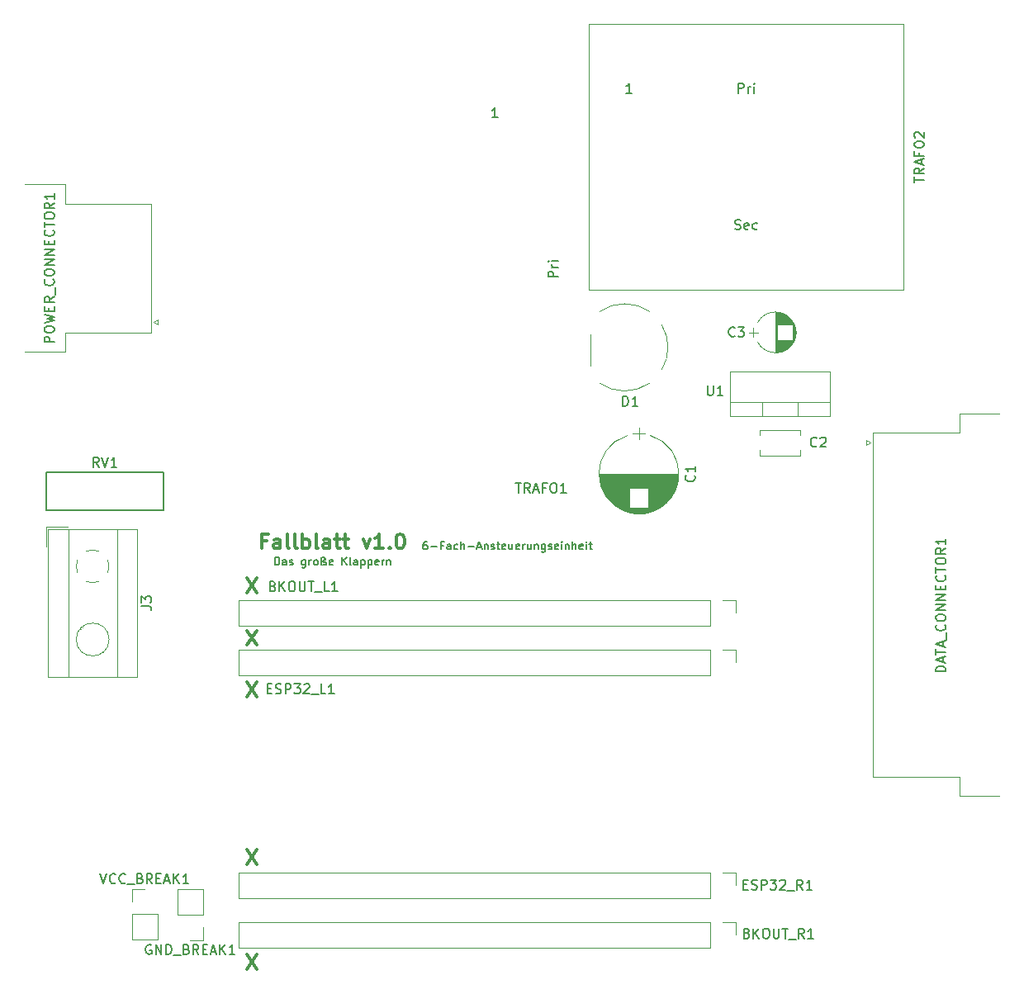
<source format=gto>
G04 #@! TF.FileFunction,Legend,Top*
%FSLAX46Y46*%
G04 Gerber Fmt 4.6, Leading zero omitted, Abs format (unit mm)*
G04 Created by KiCad (PCBNEW 4.0.7) date Thu Apr 19 20:54:26 2018*
%MOMM*%
%LPD*%
G01*
G04 APERTURE LIST*
%ADD10C,0.100000*%
%ADD11C,0.300000*%
%ADD12C,0.150000*%
%ADD13C,0.120000*%
%ADD14C,4.000000*%
%ADD15R,1.600000X1.600000*%
%ADD16C,1.600000*%
%ADD17R,1.200000X1.200000*%
%ADD18C,1.200000*%
%ADD19O,2.000000X2.000000*%
%ADD20R,2.000000X2.000000*%
%ADD21R,1.800000X1.800000*%
%ADD22O,1.800000X1.800000*%
%ADD23R,1.700000X1.700000*%
%ADD24O,1.700000X1.700000*%
%ADD25C,3.200000*%
%ADD26C,1.800000*%
%ADD27C,3.000000*%
%ADD28R,2.600000X2.600000*%
%ADD29C,2.600000*%
G04 APERTURE END LIST*
D10*
D11*
X117600001Y-138578571D02*
X118600001Y-140078571D01*
X118600001Y-138578571D02*
X117600001Y-140078571D01*
X117600001Y-127878571D02*
X118600001Y-129378571D01*
X118600001Y-127878571D02*
X117600001Y-129378571D01*
X117600001Y-110678571D02*
X118600001Y-112178571D01*
X118600001Y-110678571D02*
X117600001Y-112178571D01*
X117600001Y-105378571D02*
X118600001Y-106878571D01*
X118600001Y-105378571D02*
X117600001Y-106878571D01*
X117600001Y-99978571D02*
X118600001Y-101478571D01*
X118600001Y-99978571D02*
X117600001Y-101478571D01*
D12*
X136071428Y-96261905D02*
X135919047Y-96261905D01*
X135842857Y-96300000D01*
X135804762Y-96338095D01*
X135728571Y-96452381D01*
X135690476Y-96604762D01*
X135690476Y-96909524D01*
X135728571Y-96985714D01*
X135766666Y-97023810D01*
X135842857Y-97061905D01*
X135995238Y-97061905D01*
X136071428Y-97023810D01*
X136109524Y-96985714D01*
X136147619Y-96909524D01*
X136147619Y-96719048D01*
X136109524Y-96642857D01*
X136071428Y-96604762D01*
X135995238Y-96566667D01*
X135842857Y-96566667D01*
X135766666Y-96604762D01*
X135728571Y-96642857D01*
X135690476Y-96719048D01*
X136490476Y-96757143D02*
X137100000Y-96757143D01*
X137747619Y-96642857D02*
X137480952Y-96642857D01*
X137480952Y-97061905D02*
X137480952Y-96261905D01*
X137861905Y-96261905D01*
X138509523Y-97061905D02*
X138509523Y-96642857D01*
X138471428Y-96566667D01*
X138395238Y-96528571D01*
X138242857Y-96528571D01*
X138166666Y-96566667D01*
X138509523Y-97023810D02*
X138433333Y-97061905D01*
X138242857Y-97061905D01*
X138166666Y-97023810D01*
X138128571Y-96947619D01*
X138128571Y-96871429D01*
X138166666Y-96795238D01*
X138242857Y-96757143D01*
X138433333Y-96757143D01*
X138509523Y-96719048D01*
X139233333Y-97023810D02*
X139157143Y-97061905D01*
X139004762Y-97061905D01*
X138928571Y-97023810D01*
X138890476Y-96985714D01*
X138852381Y-96909524D01*
X138852381Y-96680952D01*
X138890476Y-96604762D01*
X138928571Y-96566667D01*
X139004762Y-96528571D01*
X139157143Y-96528571D01*
X139233333Y-96566667D01*
X139576190Y-97061905D02*
X139576190Y-96261905D01*
X139919047Y-97061905D02*
X139919047Y-96642857D01*
X139880952Y-96566667D01*
X139804762Y-96528571D01*
X139690476Y-96528571D01*
X139614285Y-96566667D01*
X139576190Y-96604762D01*
X140300000Y-96757143D02*
X140909524Y-96757143D01*
X141252381Y-96833333D02*
X141633333Y-96833333D01*
X141176190Y-97061905D02*
X141442857Y-96261905D01*
X141709524Y-97061905D01*
X141976190Y-96528571D02*
X141976190Y-97061905D01*
X141976190Y-96604762D02*
X142014285Y-96566667D01*
X142090476Y-96528571D01*
X142204762Y-96528571D01*
X142280952Y-96566667D01*
X142319047Y-96642857D01*
X142319047Y-97061905D01*
X142661905Y-97023810D02*
X142738095Y-97061905D01*
X142890476Y-97061905D01*
X142966667Y-97023810D01*
X143004762Y-96947619D01*
X143004762Y-96909524D01*
X142966667Y-96833333D01*
X142890476Y-96795238D01*
X142776191Y-96795238D01*
X142700000Y-96757143D01*
X142661905Y-96680952D01*
X142661905Y-96642857D01*
X142700000Y-96566667D01*
X142776191Y-96528571D01*
X142890476Y-96528571D01*
X142966667Y-96566667D01*
X143233333Y-96528571D02*
X143538095Y-96528571D01*
X143347619Y-96261905D02*
X143347619Y-96947619D01*
X143385714Y-97023810D01*
X143461905Y-97061905D01*
X143538095Y-97061905D01*
X144109524Y-97023810D02*
X144033334Y-97061905D01*
X143880953Y-97061905D01*
X143804762Y-97023810D01*
X143766667Y-96947619D01*
X143766667Y-96642857D01*
X143804762Y-96566667D01*
X143880953Y-96528571D01*
X144033334Y-96528571D01*
X144109524Y-96566667D01*
X144147619Y-96642857D01*
X144147619Y-96719048D01*
X143766667Y-96795238D01*
X144833333Y-96528571D02*
X144833333Y-97061905D01*
X144490476Y-96528571D02*
X144490476Y-96947619D01*
X144528571Y-97023810D01*
X144604762Y-97061905D01*
X144719048Y-97061905D01*
X144795238Y-97023810D01*
X144833333Y-96985714D01*
X145519048Y-97023810D02*
X145442858Y-97061905D01*
X145290477Y-97061905D01*
X145214286Y-97023810D01*
X145176191Y-96947619D01*
X145176191Y-96642857D01*
X145214286Y-96566667D01*
X145290477Y-96528571D01*
X145442858Y-96528571D01*
X145519048Y-96566667D01*
X145557143Y-96642857D01*
X145557143Y-96719048D01*
X145176191Y-96795238D01*
X145900000Y-97061905D02*
X145900000Y-96528571D01*
X145900000Y-96680952D02*
X145938095Y-96604762D01*
X145976191Y-96566667D01*
X146052381Y-96528571D01*
X146128572Y-96528571D01*
X146738095Y-96528571D02*
X146738095Y-97061905D01*
X146395238Y-96528571D02*
X146395238Y-96947619D01*
X146433333Y-97023810D01*
X146509524Y-97061905D01*
X146623810Y-97061905D01*
X146700000Y-97023810D01*
X146738095Y-96985714D01*
X147119048Y-96528571D02*
X147119048Y-97061905D01*
X147119048Y-96604762D02*
X147157143Y-96566667D01*
X147233334Y-96528571D01*
X147347620Y-96528571D01*
X147423810Y-96566667D01*
X147461905Y-96642857D01*
X147461905Y-97061905D01*
X148185715Y-96528571D02*
X148185715Y-97176190D01*
X148147620Y-97252381D01*
X148109525Y-97290476D01*
X148033334Y-97328571D01*
X147919049Y-97328571D01*
X147842858Y-97290476D01*
X148185715Y-97023810D02*
X148109525Y-97061905D01*
X147957144Y-97061905D01*
X147880953Y-97023810D01*
X147842858Y-96985714D01*
X147804763Y-96909524D01*
X147804763Y-96680952D01*
X147842858Y-96604762D01*
X147880953Y-96566667D01*
X147957144Y-96528571D01*
X148109525Y-96528571D01*
X148185715Y-96566667D01*
X148528573Y-97023810D02*
X148604763Y-97061905D01*
X148757144Y-97061905D01*
X148833335Y-97023810D01*
X148871430Y-96947619D01*
X148871430Y-96909524D01*
X148833335Y-96833333D01*
X148757144Y-96795238D01*
X148642859Y-96795238D01*
X148566668Y-96757143D01*
X148528573Y-96680952D01*
X148528573Y-96642857D01*
X148566668Y-96566667D01*
X148642859Y-96528571D01*
X148757144Y-96528571D01*
X148833335Y-96566667D01*
X149519049Y-97023810D02*
X149442859Y-97061905D01*
X149290478Y-97061905D01*
X149214287Y-97023810D01*
X149176192Y-96947619D01*
X149176192Y-96642857D01*
X149214287Y-96566667D01*
X149290478Y-96528571D01*
X149442859Y-96528571D01*
X149519049Y-96566667D01*
X149557144Y-96642857D01*
X149557144Y-96719048D01*
X149176192Y-96795238D01*
X149900001Y-97061905D02*
X149900001Y-96528571D01*
X149900001Y-96261905D02*
X149861906Y-96300000D01*
X149900001Y-96338095D01*
X149938096Y-96300000D01*
X149900001Y-96261905D01*
X149900001Y-96338095D01*
X150280953Y-96528571D02*
X150280953Y-97061905D01*
X150280953Y-96604762D02*
X150319048Y-96566667D01*
X150395239Y-96528571D01*
X150509525Y-96528571D01*
X150585715Y-96566667D01*
X150623810Y-96642857D01*
X150623810Y-97061905D01*
X151004763Y-97061905D02*
X151004763Y-96261905D01*
X151347620Y-97061905D02*
X151347620Y-96642857D01*
X151309525Y-96566667D01*
X151233335Y-96528571D01*
X151119049Y-96528571D01*
X151042858Y-96566667D01*
X151004763Y-96604762D01*
X152033335Y-97023810D02*
X151957145Y-97061905D01*
X151804764Y-97061905D01*
X151728573Y-97023810D01*
X151690478Y-96947619D01*
X151690478Y-96642857D01*
X151728573Y-96566667D01*
X151804764Y-96528571D01*
X151957145Y-96528571D01*
X152033335Y-96566667D01*
X152071430Y-96642857D01*
X152071430Y-96719048D01*
X151690478Y-96795238D01*
X152414287Y-97061905D02*
X152414287Y-96528571D01*
X152414287Y-96261905D02*
X152376192Y-96300000D01*
X152414287Y-96338095D01*
X152452382Y-96300000D01*
X152414287Y-96261905D01*
X152414287Y-96338095D01*
X152680953Y-96528571D02*
X152985715Y-96528571D01*
X152795239Y-96261905D02*
X152795239Y-96947619D01*
X152833334Y-97023810D01*
X152909525Y-97061905D01*
X152985715Y-97061905D01*
X120495237Y-98661905D02*
X120495237Y-97861905D01*
X120685713Y-97861905D01*
X120799999Y-97900000D01*
X120876190Y-97976190D01*
X120914285Y-98052381D01*
X120952380Y-98204762D01*
X120952380Y-98319048D01*
X120914285Y-98471429D01*
X120876190Y-98547619D01*
X120799999Y-98623810D01*
X120685713Y-98661905D01*
X120495237Y-98661905D01*
X121638094Y-98661905D02*
X121638094Y-98242857D01*
X121599999Y-98166667D01*
X121523809Y-98128571D01*
X121371428Y-98128571D01*
X121295237Y-98166667D01*
X121638094Y-98623810D02*
X121561904Y-98661905D01*
X121371428Y-98661905D01*
X121295237Y-98623810D01*
X121257142Y-98547619D01*
X121257142Y-98471429D01*
X121295237Y-98395238D01*
X121371428Y-98357143D01*
X121561904Y-98357143D01*
X121638094Y-98319048D01*
X121980952Y-98623810D02*
X122057142Y-98661905D01*
X122209523Y-98661905D01*
X122285714Y-98623810D01*
X122323809Y-98547619D01*
X122323809Y-98509524D01*
X122285714Y-98433333D01*
X122209523Y-98395238D01*
X122095238Y-98395238D01*
X122019047Y-98357143D01*
X121980952Y-98280952D01*
X121980952Y-98242857D01*
X122019047Y-98166667D01*
X122095238Y-98128571D01*
X122209523Y-98128571D01*
X122285714Y-98166667D01*
X123619047Y-98128571D02*
X123619047Y-98776190D01*
X123580952Y-98852381D01*
X123542857Y-98890476D01*
X123466666Y-98928571D01*
X123352381Y-98928571D01*
X123276190Y-98890476D01*
X123619047Y-98623810D02*
X123542857Y-98661905D01*
X123390476Y-98661905D01*
X123314285Y-98623810D01*
X123276190Y-98585714D01*
X123238095Y-98509524D01*
X123238095Y-98280952D01*
X123276190Y-98204762D01*
X123314285Y-98166667D01*
X123390476Y-98128571D01*
X123542857Y-98128571D01*
X123619047Y-98166667D01*
X124000000Y-98661905D02*
X124000000Y-98128571D01*
X124000000Y-98280952D02*
X124038095Y-98204762D01*
X124076191Y-98166667D01*
X124152381Y-98128571D01*
X124228572Y-98128571D01*
X124609524Y-98661905D02*
X124533333Y-98623810D01*
X124495238Y-98585714D01*
X124457143Y-98509524D01*
X124457143Y-98280952D01*
X124495238Y-98204762D01*
X124533333Y-98166667D01*
X124609524Y-98128571D01*
X124723810Y-98128571D01*
X124800000Y-98166667D01*
X124838095Y-98204762D01*
X124876191Y-98280952D01*
X124876191Y-98509524D01*
X124838095Y-98585714D01*
X124800000Y-98623810D01*
X124723810Y-98661905D01*
X124609524Y-98661905D01*
X125219048Y-98661905D02*
X125219048Y-98014286D01*
X125257143Y-97938095D01*
X125295239Y-97900000D01*
X125371429Y-97861905D01*
X125485715Y-97861905D01*
X125561905Y-97900000D01*
X125600001Y-97938095D01*
X125638096Y-98014286D01*
X125638096Y-98128571D01*
X125523810Y-98128571D01*
X125447620Y-98166667D01*
X125409524Y-98242857D01*
X125409524Y-98280952D01*
X125447620Y-98357143D01*
X125523810Y-98395238D01*
X125638096Y-98395238D01*
X125714286Y-98433333D01*
X125752382Y-98509524D01*
X125752382Y-98547619D01*
X125714286Y-98623810D01*
X125638096Y-98661905D01*
X125485715Y-98661905D01*
X125409524Y-98623810D01*
X126400000Y-98623810D02*
X126323810Y-98661905D01*
X126171429Y-98661905D01*
X126095238Y-98623810D01*
X126057143Y-98547619D01*
X126057143Y-98242857D01*
X126095238Y-98166667D01*
X126171429Y-98128571D01*
X126323810Y-98128571D01*
X126400000Y-98166667D01*
X126438095Y-98242857D01*
X126438095Y-98319048D01*
X126057143Y-98395238D01*
X127390476Y-98661905D02*
X127390476Y-97861905D01*
X127847619Y-98661905D02*
X127504762Y-98204762D01*
X127847619Y-97861905D02*
X127390476Y-98319048D01*
X128304762Y-98661905D02*
X128228571Y-98623810D01*
X128190476Y-98547619D01*
X128190476Y-97861905D01*
X128952381Y-98661905D02*
X128952381Y-98242857D01*
X128914286Y-98166667D01*
X128838096Y-98128571D01*
X128685715Y-98128571D01*
X128609524Y-98166667D01*
X128952381Y-98623810D02*
X128876191Y-98661905D01*
X128685715Y-98661905D01*
X128609524Y-98623810D01*
X128571429Y-98547619D01*
X128571429Y-98471429D01*
X128609524Y-98395238D01*
X128685715Y-98357143D01*
X128876191Y-98357143D01*
X128952381Y-98319048D01*
X129333334Y-98128571D02*
X129333334Y-98928571D01*
X129333334Y-98166667D02*
X129409525Y-98128571D01*
X129561906Y-98128571D01*
X129638096Y-98166667D01*
X129676191Y-98204762D01*
X129714287Y-98280952D01*
X129714287Y-98509524D01*
X129676191Y-98585714D01*
X129638096Y-98623810D01*
X129561906Y-98661905D01*
X129409525Y-98661905D01*
X129333334Y-98623810D01*
X130057144Y-98128571D02*
X130057144Y-98928571D01*
X130057144Y-98166667D02*
X130133335Y-98128571D01*
X130285716Y-98128571D01*
X130361906Y-98166667D01*
X130400001Y-98204762D01*
X130438097Y-98280952D01*
X130438097Y-98509524D01*
X130400001Y-98585714D01*
X130361906Y-98623810D01*
X130285716Y-98661905D01*
X130133335Y-98661905D01*
X130057144Y-98623810D01*
X131085716Y-98623810D02*
X131009526Y-98661905D01*
X130857145Y-98661905D01*
X130780954Y-98623810D01*
X130742859Y-98547619D01*
X130742859Y-98242857D01*
X130780954Y-98166667D01*
X130857145Y-98128571D01*
X131009526Y-98128571D01*
X131085716Y-98166667D01*
X131123811Y-98242857D01*
X131123811Y-98319048D01*
X130742859Y-98395238D01*
X131466668Y-98661905D02*
X131466668Y-98128571D01*
X131466668Y-98280952D02*
X131504763Y-98204762D01*
X131542859Y-98166667D01*
X131619049Y-98128571D01*
X131695240Y-98128571D01*
X131961906Y-98128571D02*
X131961906Y-98661905D01*
X131961906Y-98204762D02*
X132000001Y-98166667D01*
X132076192Y-98128571D01*
X132190478Y-98128571D01*
X132266668Y-98166667D01*
X132304763Y-98242857D01*
X132304763Y-98661905D01*
D11*
X119614287Y-96192857D02*
X119114287Y-96192857D01*
X119114287Y-96978571D02*
X119114287Y-95478571D01*
X119828573Y-95478571D01*
X121042858Y-96978571D02*
X121042858Y-96192857D01*
X120971429Y-96050000D01*
X120828572Y-95978571D01*
X120542858Y-95978571D01*
X120400001Y-96050000D01*
X121042858Y-96907143D02*
X120900001Y-96978571D01*
X120542858Y-96978571D01*
X120400001Y-96907143D01*
X120328572Y-96764286D01*
X120328572Y-96621429D01*
X120400001Y-96478571D01*
X120542858Y-96407143D01*
X120900001Y-96407143D01*
X121042858Y-96335714D01*
X121971430Y-96978571D02*
X121828572Y-96907143D01*
X121757144Y-96764286D01*
X121757144Y-95478571D01*
X122757144Y-96978571D02*
X122614286Y-96907143D01*
X122542858Y-96764286D01*
X122542858Y-95478571D01*
X123328572Y-96978571D02*
X123328572Y-95478571D01*
X123328572Y-96050000D02*
X123471429Y-95978571D01*
X123757143Y-95978571D01*
X123900000Y-96050000D01*
X123971429Y-96121429D01*
X124042858Y-96264286D01*
X124042858Y-96692857D01*
X123971429Y-96835714D01*
X123900000Y-96907143D01*
X123757143Y-96978571D01*
X123471429Y-96978571D01*
X123328572Y-96907143D01*
X124900001Y-96978571D02*
X124757143Y-96907143D01*
X124685715Y-96764286D01*
X124685715Y-95478571D01*
X126114286Y-96978571D02*
X126114286Y-96192857D01*
X126042857Y-96050000D01*
X125900000Y-95978571D01*
X125614286Y-95978571D01*
X125471429Y-96050000D01*
X126114286Y-96907143D02*
X125971429Y-96978571D01*
X125614286Y-96978571D01*
X125471429Y-96907143D01*
X125400000Y-96764286D01*
X125400000Y-96621429D01*
X125471429Y-96478571D01*
X125614286Y-96407143D01*
X125971429Y-96407143D01*
X126114286Y-96335714D01*
X126614286Y-95978571D02*
X127185715Y-95978571D01*
X126828572Y-95478571D02*
X126828572Y-96764286D01*
X126900000Y-96907143D01*
X127042858Y-96978571D01*
X127185715Y-96978571D01*
X127471429Y-95978571D02*
X128042858Y-95978571D01*
X127685715Y-95478571D02*
X127685715Y-96764286D01*
X127757143Y-96907143D01*
X127900001Y-96978571D01*
X128042858Y-96978571D01*
X129542858Y-95978571D02*
X129900001Y-96978571D01*
X130257143Y-95978571D01*
X131614286Y-96978571D02*
X130757143Y-96978571D01*
X131185715Y-96978571D02*
X131185715Y-95478571D01*
X131042858Y-95692857D01*
X130900000Y-95835714D01*
X130757143Y-95907143D01*
X132257143Y-96835714D02*
X132328571Y-96907143D01*
X132257143Y-96978571D01*
X132185714Y-96907143D01*
X132257143Y-96835714D01*
X132257143Y-96978571D01*
X133257143Y-95478571D02*
X133400000Y-95478571D01*
X133542857Y-95550000D01*
X133614286Y-95621429D01*
X133685715Y-95764286D01*
X133757143Y-96050000D01*
X133757143Y-96407143D01*
X133685715Y-96692857D01*
X133614286Y-96835714D01*
X133542857Y-96907143D01*
X133400000Y-96978571D01*
X133257143Y-96978571D01*
X133114286Y-96907143D01*
X133042857Y-96835714D01*
X132971429Y-96692857D01*
X132900000Y-96407143D01*
X132900000Y-96050000D01*
X132971429Y-95764286D01*
X133042857Y-95621429D01*
X133114286Y-95550000D01*
X133257143Y-95478571D01*
D13*
X194760000Y-122350000D02*
X190660000Y-122350000D01*
X190660000Y-122350000D02*
X190660000Y-120420000D01*
X190660000Y-120420000D02*
X181820000Y-120420000D01*
X181820000Y-120420000D02*
X181820000Y-85060000D01*
X181820000Y-85060000D02*
X190660000Y-85060000D01*
X190660000Y-85060000D02*
X190660000Y-83130000D01*
X190660000Y-83130000D02*
X194760000Y-83130000D01*
X181125662Y-86370000D02*
X181125662Y-85870000D01*
X181125662Y-85870000D02*
X181558675Y-86120000D01*
X181558675Y-86120000D02*
X181125662Y-86370000D01*
X94860000Y-59600000D02*
X98960000Y-59600000D01*
X98960000Y-59600000D02*
X98960000Y-61610000D01*
X98960000Y-61610000D02*
X107800000Y-61610000D01*
X107800000Y-61610000D02*
X107800000Y-74810000D01*
X107800000Y-74810000D02*
X98960000Y-74810000D01*
X98960000Y-74810000D02*
X98960000Y-76820000D01*
X98960000Y-76820000D02*
X94860000Y-76820000D01*
X108494338Y-73500000D02*
X108494338Y-74000000D01*
X108494338Y-74000000D02*
X108061325Y-73750000D01*
X108061325Y-73750000D02*
X108494338Y-73500000D01*
X158977445Y-93216851D02*
G75*
G03X158980000Y-85383918I-1177445J3916851D01*
G01*
X156622555Y-93216851D02*
G75*
G02X156620000Y-85383918I1177445J3916851D01*
G01*
X156622555Y-93216851D02*
G75*
G03X158980000Y-93216082I1177445J3916851D01*
G01*
X161850000Y-89300000D02*
X153750000Y-89300000D01*
X161850000Y-89340000D02*
X153750000Y-89340000D01*
X161850000Y-89380000D02*
X153750000Y-89380000D01*
X161849000Y-89420000D02*
X153751000Y-89420000D01*
X161847000Y-89460000D02*
X153753000Y-89460000D01*
X161846000Y-89500000D02*
X153754000Y-89500000D01*
X161843000Y-89540000D02*
X153757000Y-89540000D01*
X161841000Y-89580000D02*
X153759000Y-89580000D01*
X161838000Y-89620000D02*
X153762000Y-89620000D01*
X161835000Y-89660000D02*
X153765000Y-89660000D01*
X161831000Y-89700000D02*
X153769000Y-89700000D01*
X161827000Y-89740000D02*
X153773000Y-89740000D01*
X161822000Y-89780000D02*
X153778000Y-89780000D01*
X161817000Y-89820000D02*
X153783000Y-89820000D01*
X161812000Y-89860000D02*
X153788000Y-89860000D01*
X161806000Y-89900000D02*
X153794000Y-89900000D01*
X161800000Y-89940000D02*
X153800000Y-89940000D01*
X161794000Y-89980000D02*
X153806000Y-89980000D01*
X161787000Y-90021000D02*
X153813000Y-90021000D01*
X161779000Y-90061000D02*
X153821000Y-90061000D01*
X161771000Y-90101000D02*
X153829000Y-90101000D01*
X161763000Y-90141000D02*
X153837000Y-90141000D01*
X161755000Y-90181000D02*
X153845000Y-90181000D01*
X161746000Y-90221000D02*
X153854000Y-90221000D01*
X161736000Y-90261000D02*
X153864000Y-90261000D01*
X161726000Y-90301000D02*
X153874000Y-90301000D01*
X161716000Y-90341000D02*
X153884000Y-90341000D01*
X161705000Y-90381000D02*
X153895000Y-90381000D01*
X161694000Y-90421000D02*
X153906000Y-90421000D01*
X161683000Y-90461000D02*
X153917000Y-90461000D01*
X161670000Y-90501000D02*
X153930000Y-90501000D01*
X161658000Y-90541000D02*
X153942000Y-90541000D01*
X161645000Y-90581000D02*
X153955000Y-90581000D01*
X161632000Y-90621000D02*
X153968000Y-90621000D01*
X161618000Y-90661000D02*
X153982000Y-90661000D01*
X161603000Y-90701000D02*
X153997000Y-90701000D01*
X161589000Y-90741000D02*
X154011000Y-90741000D01*
X161573000Y-90781000D02*
X154027000Y-90781000D01*
X161558000Y-90821000D02*
X158780000Y-90821000D01*
X156820000Y-90821000D02*
X154042000Y-90821000D01*
X161541000Y-90861000D02*
X158780000Y-90861000D01*
X156820000Y-90861000D02*
X154059000Y-90861000D01*
X161525000Y-90901000D02*
X158780000Y-90901000D01*
X156820000Y-90901000D02*
X154075000Y-90901000D01*
X161507000Y-90941000D02*
X158780000Y-90941000D01*
X156820000Y-90941000D02*
X154093000Y-90941000D01*
X161490000Y-90981000D02*
X158780000Y-90981000D01*
X156820000Y-90981000D02*
X154110000Y-90981000D01*
X161471000Y-91021000D02*
X158780000Y-91021000D01*
X156820000Y-91021000D02*
X154129000Y-91021000D01*
X161452000Y-91061000D02*
X158780000Y-91061000D01*
X156820000Y-91061000D02*
X154148000Y-91061000D01*
X161433000Y-91101000D02*
X158780000Y-91101000D01*
X156820000Y-91101000D02*
X154167000Y-91101000D01*
X161413000Y-91141000D02*
X158780000Y-91141000D01*
X156820000Y-91141000D02*
X154187000Y-91141000D01*
X161393000Y-91181000D02*
X158780000Y-91181000D01*
X156820000Y-91181000D02*
X154207000Y-91181000D01*
X161372000Y-91221000D02*
X158780000Y-91221000D01*
X156820000Y-91221000D02*
X154228000Y-91221000D01*
X161350000Y-91261000D02*
X158780000Y-91261000D01*
X156820000Y-91261000D02*
X154250000Y-91261000D01*
X161328000Y-91301000D02*
X158780000Y-91301000D01*
X156820000Y-91301000D02*
X154272000Y-91301000D01*
X161305000Y-91341000D02*
X158780000Y-91341000D01*
X156820000Y-91341000D02*
X154295000Y-91341000D01*
X161282000Y-91381000D02*
X158780000Y-91381000D01*
X156820000Y-91381000D02*
X154318000Y-91381000D01*
X161258000Y-91421000D02*
X158780000Y-91421000D01*
X156820000Y-91421000D02*
X154342000Y-91421000D01*
X161234000Y-91461000D02*
X158780000Y-91461000D01*
X156820000Y-91461000D02*
X154366000Y-91461000D01*
X161208000Y-91501000D02*
X158780000Y-91501000D01*
X156820000Y-91501000D02*
X154392000Y-91501000D01*
X161183000Y-91541000D02*
X158780000Y-91541000D01*
X156820000Y-91541000D02*
X154417000Y-91541000D01*
X161156000Y-91581000D02*
X158780000Y-91581000D01*
X156820000Y-91581000D02*
X154444000Y-91581000D01*
X161129000Y-91621000D02*
X158780000Y-91621000D01*
X156820000Y-91621000D02*
X154471000Y-91621000D01*
X161101000Y-91661000D02*
X158780000Y-91661000D01*
X156820000Y-91661000D02*
X154499000Y-91661000D01*
X161072000Y-91701000D02*
X158780000Y-91701000D01*
X156820000Y-91701000D02*
X154528000Y-91701000D01*
X161043000Y-91741000D02*
X158780000Y-91741000D01*
X156820000Y-91741000D02*
X154557000Y-91741000D01*
X161013000Y-91781000D02*
X158780000Y-91781000D01*
X156820000Y-91781000D02*
X154587000Y-91781000D01*
X160982000Y-91821000D02*
X158780000Y-91821000D01*
X156820000Y-91821000D02*
X154618000Y-91821000D01*
X160950000Y-91861000D02*
X158780000Y-91861000D01*
X156820000Y-91861000D02*
X154650000Y-91861000D01*
X160918000Y-91901000D02*
X158780000Y-91901000D01*
X156820000Y-91901000D02*
X154682000Y-91901000D01*
X160884000Y-91941000D02*
X158780000Y-91941000D01*
X156820000Y-91941000D02*
X154716000Y-91941000D01*
X160850000Y-91981000D02*
X158780000Y-91981000D01*
X156820000Y-91981000D02*
X154750000Y-91981000D01*
X160815000Y-92021000D02*
X158780000Y-92021000D01*
X156820000Y-92021000D02*
X154785000Y-92021000D01*
X160779000Y-92061000D02*
X158780000Y-92061000D01*
X156820000Y-92061000D02*
X154821000Y-92061000D01*
X160742000Y-92101000D02*
X158780000Y-92101000D01*
X156820000Y-92101000D02*
X154858000Y-92101000D01*
X160704000Y-92141000D02*
X158780000Y-92141000D01*
X156820000Y-92141000D02*
X154896000Y-92141000D01*
X160665000Y-92181000D02*
X158780000Y-92181000D01*
X156820000Y-92181000D02*
X154935000Y-92181000D01*
X160624000Y-92221000D02*
X158780000Y-92221000D01*
X156820000Y-92221000D02*
X154976000Y-92221000D01*
X160583000Y-92261000D02*
X158780000Y-92261000D01*
X156820000Y-92261000D02*
X155017000Y-92261000D01*
X160540000Y-92301000D02*
X158780000Y-92301000D01*
X156820000Y-92301000D02*
X155060000Y-92301000D01*
X160497000Y-92341000D02*
X158780000Y-92341000D01*
X156820000Y-92341000D02*
X155103000Y-92341000D01*
X160452000Y-92381000D02*
X158780000Y-92381000D01*
X156820000Y-92381000D02*
X155148000Y-92381000D01*
X160405000Y-92421000D02*
X158780000Y-92421000D01*
X156820000Y-92421000D02*
X155195000Y-92421000D01*
X160357000Y-92461000D02*
X158780000Y-92461000D01*
X156820000Y-92461000D02*
X155243000Y-92461000D01*
X160308000Y-92501000D02*
X158780000Y-92501000D01*
X156820000Y-92501000D02*
X155292000Y-92501000D01*
X160257000Y-92541000D02*
X158780000Y-92541000D01*
X156820000Y-92541000D02*
X155343000Y-92541000D01*
X160204000Y-92581000D02*
X158780000Y-92581000D01*
X156820000Y-92581000D02*
X155396000Y-92581000D01*
X160149000Y-92621000D02*
X158780000Y-92621000D01*
X156820000Y-92621000D02*
X155451000Y-92621000D01*
X160093000Y-92661000D02*
X158780000Y-92661000D01*
X156820000Y-92661000D02*
X155507000Y-92661000D01*
X160034000Y-92701000D02*
X158780000Y-92701000D01*
X156820000Y-92701000D02*
X155566000Y-92701000D01*
X159973000Y-92741000D02*
X158780000Y-92741000D01*
X156820000Y-92741000D02*
X155627000Y-92741000D01*
X159909000Y-92781000D02*
X155691000Y-92781000D01*
X159843000Y-92821000D02*
X155757000Y-92821000D01*
X159774000Y-92861000D02*
X155826000Y-92861000D01*
X159702000Y-92901000D02*
X155898000Y-92901000D01*
X159626000Y-92941000D02*
X155974000Y-92941000D01*
X159545000Y-92981000D02*
X156055000Y-92981000D01*
X159460000Y-93021000D02*
X156140000Y-93021000D01*
X159370000Y-93061000D02*
X156230000Y-93061000D01*
X159273000Y-93101000D02*
X156327000Y-93101000D01*
X159169000Y-93141000D02*
X156431000Y-93141000D01*
X159054000Y-93181000D02*
X156546000Y-93181000D01*
X158927000Y-93221000D02*
X156673000Y-93221000D01*
X158783000Y-93261000D02*
X156817000Y-93261000D01*
X158614000Y-93301000D02*
X156986000Y-93301000D01*
X158398000Y-93341000D02*
X157202000Y-93341000D01*
X158046000Y-93381000D02*
X157554000Y-93381000D01*
X157800000Y-84600000D02*
X157800000Y-85800000D01*
X158450000Y-85200000D02*
X157150000Y-85200000D01*
X170190000Y-84810000D02*
X174310000Y-84810000D01*
X170190000Y-87430000D02*
X174310000Y-87430000D01*
X170190000Y-84810000D02*
X170190000Y-85370000D01*
X170190000Y-86870000D02*
X170190000Y-87430000D01*
X174310000Y-84810000D02*
X174310000Y-85370000D01*
X174310000Y-86870000D02*
X174310000Y-87430000D01*
X173646436Y-73820830D02*
G75*
G03X169954004Y-73820000I-1846436J-979170D01*
G01*
X173646436Y-75779170D02*
G75*
G02X169954004Y-75780000I-1846436J979170D01*
G01*
X173646436Y-75779170D02*
G75*
G03X173645996Y-73820000I-1846436J979170D01*
G01*
X171800000Y-72750000D02*
X171800000Y-76850000D01*
X171840000Y-72750000D02*
X171840000Y-76850000D01*
X171880000Y-72751000D02*
X171880000Y-76849000D01*
X171920000Y-72753000D02*
X171920000Y-76847000D01*
X171960000Y-72756000D02*
X171960000Y-76844000D01*
X172000000Y-72759000D02*
X172000000Y-76841000D01*
X172040000Y-72763000D02*
X172040000Y-74020000D01*
X172040000Y-75580000D02*
X172040000Y-76837000D01*
X172080000Y-72768000D02*
X172080000Y-74020000D01*
X172080000Y-75580000D02*
X172080000Y-76832000D01*
X172120000Y-72774000D02*
X172120000Y-74020000D01*
X172120000Y-75580000D02*
X172120000Y-76826000D01*
X172160000Y-72781000D02*
X172160000Y-74020000D01*
X172160000Y-75580000D02*
X172160000Y-76819000D01*
X172200000Y-72788000D02*
X172200000Y-74020000D01*
X172200000Y-75580000D02*
X172200000Y-76812000D01*
X172240000Y-72796000D02*
X172240000Y-74020000D01*
X172240000Y-75580000D02*
X172240000Y-76804000D01*
X172280000Y-72805000D02*
X172280000Y-74020000D01*
X172280000Y-75580000D02*
X172280000Y-76795000D01*
X172320000Y-72815000D02*
X172320000Y-74020000D01*
X172320000Y-75580000D02*
X172320000Y-76785000D01*
X172360000Y-72826000D02*
X172360000Y-74020000D01*
X172360000Y-75580000D02*
X172360000Y-76774000D01*
X172400000Y-72837000D02*
X172400000Y-74020000D01*
X172400000Y-75580000D02*
X172400000Y-76763000D01*
X172440000Y-72850000D02*
X172440000Y-74020000D01*
X172440000Y-75580000D02*
X172440000Y-76750000D01*
X172480000Y-72863000D02*
X172480000Y-74020000D01*
X172480000Y-75580000D02*
X172480000Y-76737000D01*
X172521000Y-72877000D02*
X172521000Y-74020000D01*
X172521000Y-75580000D02*
X172521000Y-76723000D01*
X172561000Y-72893000D02*
X172561000Y-74020000D01*
X172561000Y-75580000D02*
X172561000Y-76707000D01*
X172601000Y-72909000D02*
X172601000Y-74020000D01*
X172601000Y-75580000D02*
X172601000Y-76691000D01*
X172641000Y-72926000D02*
X172641000Y-74020000D01*
X172641000Y-75580000D02*
X172641000Y-76674000D01*
X172681000Y-72944000D02*
X172681000Y-74020000D01*
X172681000Y-75580000D02*
X172681000Y-76656000D01*
X172721000Y-72963000D02*
X172721000Y-74020000D01*
X172721000Y-75580000D02*
X172721000Y-76637000D01*
X172761000Y-72983000D02*
X172761000Y-74020000D01*
X172761000Y-75580000D02*
X172761000Y-76617000D01*
X172801000Y-73004000D02*
X172801000Y-74020000D01*
X172801000Y-75580000D02*
X172801000Y-76596000D01*
X172841000Y-73027000D02*
X172841000Y-74020000D01*
X172841000Y-75580000D02*
X172841000Y-76573000D01*
X172881000Y-73050000D02*
X172881000Y-74020000D01*
X172881000Y-75580000D02*
X172881000Y-76550000D01*
X172921000Y-73075000D02*
X172921000Y-74020000D01*
X172921000Y-75580000D02*
X172921000Y-76525000D01*
X172961000Y-73101000D02*
X172961000Y-74020000D01*
X172961000Y-75580000D02*
X172961000Y-76499000D01*
X173001000Y-73128000D02*
X173001000Y-74020000D01*
X173001000Y-75580000D02*
X173001000Y-76472000D01*
X173041000Y-73157000D02*
X173041000Y-74020000D01*
X173041000Y-75580000D02*
X173041000Y-76443000D01*
X173081000Y-73187000D02*
X173081000Y-74020000D01*
X173081000Y-75580000D02*
X173081000Y-76413000D01*
X173121000Y-73219000D02*
X173121000Y-74020000D01*
X173121000Y-75580000D02*
X173121000Y-76381000D01*
X173161000Y-73253000D02*
X173161000Y-74020000D01*
X173161000Y-75580000D02*
X173161000Y-76347000D01*
X173201000Y-73288000D02*
X173201000Y-74020000D01*
X173201000Y-75580000D02*
X173201000Y-76312000D01*
X173241000Y-73325000D02*
X173241000Y-74020000D01*
X173241000Y-75580000D02*
X173241000Y-76275000D01*
X173281000Y-73364000D02*
X173281000Y-74020000D01*
X173281000Y-75580000D02*
X173281000Y-76236000D01*
X173321000Y-73405000D02*
X173321000Y-74020000D01*
X173321000Y-75580000D02*
X173321000Y-76195000D01*
X173361000Y-73449000D02*
X173361000Y-74020000D01*
X173361000Y-75580000D02*
X173361000Y-76151000D01*
X173401000Y-73495000D02*
X173401000Y-74020000D01*
X173401000Y-75580000D02*
X173401000Y-76105000D01*
X173441000Y-73544000D02*
X173441000Y-74020000D01*
X173441000Y-75580000D02*
X173441000Y-76056000D01*
X173481000Y-73596000D02*
X173481000Y-74020000D01*
X173481000Y-75580000D02*
X173481000Y-76004000D01*
X173521000Y-73652000D02*
X173521000Y-74020000D01*
X173521000Y-75580000D02*
X173521000Y-75948000D01*
X173561000Y-73712000D02*
X173561000Y-74020000D01*
X173561000Y-75580000D02*
X173561000Y-75888000D01*
X173601000Y-73777000D02*
X173601000Y-75823000D01*
X173641000Y-73848000D02*
X173641000Y-75752000D01*
X173681000Y-73926000D02*
X173681000Y-75674000D01*
X173721000Y-74014000D02*
X173721000Y-75586000D01*
X173761000Y-74114000D02*
X173761000Y-75486000D01*
X173801000Y-74233000D02*
X173801000Y-75367000D01*
X173841000Y-74385000D02*
X173841000Y-75215000D01*
X173881000Y-74635000D02*
X173881000Y-74965000D01*
X169100000Y-74800000D02*
X170000000Y-74800000D01*
X169550000Y-74350000D02*
X169550000Y-75250000D01*
X152800000Y-75000000D02*
X152800000Y-78200000D01*
X153747843Y-79986479D02*
G75*
G03X158880000Y-80023000I2592157J3646479D01*
G01*
X160147105Y-78630818D02*
G75*
G03X160150000Y-74054000I-3807105J2290818D01*
G01*
X158932157Y-72693521D02*
G75*
G03X153800000Y-72657000I-2592157J-3646479D01*
G01*
X177380000Y-83420000D02*
X167140000Y-83420000D01*
X177380000Y-78779000D02*
X167140000Y-78779000D01*
X177380000Y-83420000D02*
X177380000Y-78779000D01*
X167140000Y-83420000D02*
X167140000Y-78779000D01*
X177380000Y-81910000D02*
X167140000Y-81910000D01*
X174110000Y-83420000D02*
X174110000Y-81910000D01*
X170409000Y-83420000D02*
X170409000Y-81910000D01*
X165100000Y-130180000D02*
X116780000Y-130180000D01*
X116780000Y-130180000D02*
X116780000Y-132840000D01*
X116780000Y-132840000D02*
X165100000Y-132840000D01*
X165100000Y-132840000D02*
X165100000Y-130180000D01*
X166370000Y-130180000D02*
X167700000Y-130180000D01*
X167700000Y-130180000D02*
X167700000Y-131510000D01*
X165100000Y-102240000D02*
X116780000Y-102240000D01*
X116780000Y-102240000D02*
X116780000Y-104900000D01*
X116780000Y-104900000D02*
X165100000Y-104900000D01*
X165100000Y-104900000D02*
X165100000Y-102240000D01*
X166370000Y-102240000D02*
X167700000Y-102240000D01*
X167700000Y-102240000D02*
X167700000Y-103570000D01*
X165100000Y-135260000D02*
X116780000Y-135260000D01*
X116780000Y-135260000D02*
X116780000Y-137920000D01*
X116780000Y-137920000D02*
X165100000Y-137920000D01*
X165100000Y-137920000D02*
X165100000Y-135260000D01*
X166370000Y-135260000D02*
X167700000Y-135260000D01*
X167700000Y-135260000D02*
X167700000Y-136590000D01*
X165100000Y-107320000D02*
X116780000Y-107320000D01*
X116780000Y-107320000D02*
X116780000Y-109980000D01*
X116780000Y-109980000D02*
X165100000Y-109980000D01*
X165100000Y-109980000D02*
X165100000Y-107320000D01*
X166370000Y-107320000D02*
X167700000Y-107320000D01*
X167700000Y-107320000D02*
X167700000Y-108650000D01*
X113130000Y-131930000D02*
X110470000Y-131930000D01*
X113130000Y-134530000D02*
X113130000Y-131930000D01*
X110470000Y-134530000D02*
X110470000Y-131930000D01*
X113130000Y-134530000D02*
X110470000Y-134530000D01*
X113130000Y-135800000D02*
X113130000Y-137130000D01*
X113130000Y-137130000D02*
X111800000Y-137130000D01*
X105820000Y-137070000D02*
X108480000Y-137070000D01*
X105820000Y-134470000D02*
X105820000Y-137070000D01*
X108480000Y-134470000D02*
X108480000Y-137070000D01*
X105820000Y-134470000D02*
X108480000Y-134470000D01*
X105820000Y-133200000D02*
X105820000Y-131870000D01*
X105820000Y-131870000D02*
X107150000Y-131870000D01*
D12*
X109050000Y-89150000D02*
X97050000Y-89150000D01*
X109050000Y-93050000D02*
X97050000Y-93050000D01*
X97050000Y-93050000D02*
X97050000Y-89150000D01*
X109050000Y-93050000D02*
X109050000Y-89150000D01*
D13*
X184920000Y-43180000D02*
X184920000Y-70420000D01*
X184920000Y-43180000D02*
X152680000Y-43180000D01*
X152680000Y-70420000D02*
X184920000Y-70420000D01*
X152680000Y-70420000D02*
X152680000Y-43180000D01*
X100265244Y-99483318D02*
G75*
G02X100120000Y-98800000I1534756J683318D01*
G01*
X102483042Y-100335426D02*
G75*
G02X101116000Y-100335000I-683042J1535426D01*
G01*
X103335426Y-98116958D02*
G75*
G02X103335000Y-99484000I-1535426J-683042D01*
G01*
X101116958Y-97264574D02*
G75*
G02X102484000Y-97265000I683042J-1535426D01*
G01*
X100119747Y-98828805D02*
G75*
G02X100265000Y-98116000I1680253J28805D01*
G01*
X103480000Y-106300000D02*
G75*
G03X103480000Y-106300000I-1680000J0D01*
G01*
X99300000Y-94990000D02*
X99300000Y-110110000D01*
X104300000Y-94990000D02*
X104300000Y-110110000D01*
X106360000Y-94990000D02*
X97240000Y-94990000D01*
X97240000Y-94990000D02*
X97240000Y-110110000D01*
X97240000Y-110110000D02*
X106360000Y-110110000D01*
X106360000Y-110110000D02*
X106360000Y-94990000D01*
X102869000Y-107575000D02*
X102823000Y-107528000D01*
X100561000Y-105266000D02*
X100526000Y-105231000D01*
X103075000Y-107370000D02*
X103039000Y-107335000D01*
X100777000Y-105073000D02*
X100731000Y-105026000D01*
X99240000Y-94750000D02*
X97000000Y-94750000D01*
X97000000Y-94750000D02*
X97000000Y-96750000D01*
D12*
X189252381Y-109585715D02*
X188252381Y-109585715D01*
X188252381Y-109347620D01*
X188300000Y-109204762D01*
X188395238Y-109109524D01*
X188490476Y-109061905D01*
X188680952Y-109014286D01*
X188823810Y-109014286D01*
X189014286Y-109061905D01*
X189109524Y-109109524D01*
X189204762Y-109204762D01*
X189252381Y-109347620D01*
X189252381Y-109585715D01*
X188966667Y-108633334D02*
X188966667Y-108157143D01*
X189252381Y-108728572D02*
X188252381Y-108395239D01*
X189252381Y-108061905D01*
X188252381Y-107871429D02*
X188252381Y-107300000D01*
X189252381Y-107585715D02*
X188252381Y-107585715D01*
X188966667Y-107014286D02*
X188966667Y-106538095D01*
X189252381Y-107109524D02*
X188252381Y-106776191D01*
X189252381Y-106442857D01*
X189347619Y-106347619D02*
X189347619Y-105585714D01*
X189157143Y-104776190D02*
X189204762Y-104823809D01*
X189252381Y-104966666D01*
X189252381Y-105061904D01*
X189204762Y-105204762D01*
X189109524Y-105300000D01*
X189014286Y-105347619D01*
X188823810Y-105395238D01*
X188680952Y-105395238D01*
X188490476Y-105347619D01*
X188395238Y-105300000D01*
X188300000Y-105204762D01*
X188252381Y-105061904D01*
X188252381Y-104966666D01*
X188300000Y-104823809D01*
X188347619Y-104776190D01*
X188252381Y-104157143D02*
X188252381Y-103966666D01*
X188300000Y-103871428D01*
X188395238Y-103776190D01*
X188585714Y-103728571D01*
X188919048Y-103728571D01*
X189109524Y-103776190D01*
X189204762Y-103871428D01*
X189252381Y-103966666D01*
X189252381Y-104157143D01*
X189204762Y-104252381D01*
X189109524Y-104347619D01*
X188919048Y-104395238D01*
X188585714Y-104395238D01*
X188395238Y-104347619D01*
X188300000Y-104252381D01*
X188252381Y-104157143D01*
X189252381Y-103300000D02*
X188252381Y-103300000D01*
X189252381Y-102728571D01*
X188252381Y-102728571D01*
X189252381Y-102252381D02*
X188252381Y-102252381D01*
X189252381Y-101680952D01*
X188252381Y-101680952D01*
X188728571Y-101204762D02*
X188728571Y-100871428D01*
X189252381Y-100728571D02*
X189252381Y-101204762D01*
X188252381Y-101204762D01*
X188252381Y-100728571D01*
X189157143Y-99728571D02*
X189204762Y-99776190D01*
X189252381Y-99919047D01*
X189252381Y-100014285D01*
X189204762Y-100157143D01*
X189109524Y-100252381D01*
X189014286Y-100300000D01*
X188823810Y-100347619D01*
X188680952Y-100347619D01*
X188490476Y-100300000D01*
X188395238Y-100252381D01*
X188300000Y-100157143D01*
X188252381Y-100014285D01*
X188252381Y-99919047D01*
X188300000Y-99776190D01*
X188347619Y-99728571D01*
X188252381Y-99442857D02*
X188252381Y-98871428D01*
X189252381Y-99157143D02*
X188252381Y-99157143D01*
X188252381Y-98347619D02*
X188252381Y-98157142D01*
X188300000Y-98061904D01*
X188395238Y-97966666D01*
X188585714Y-97919047D01*
X188919048Y-97919047D01*
X189109524Y-97966666D01*
X189204762Y-98061904D01*
X189252381Y-98157142D01*
X189252381Y-98347619D01*
X189204762Y-98442857D01*
X189109524Y-98538095D01*
X188919048Y-98585714D01*
X188585714Y-98585714D01*
X188395238Y-98538095D01*
X188300000Y-98442857D01*
X188252381Y-98347619D01*
X189252381Y-96919047D02*
X188776190Y-97252381D01*
X189252381Y-97490476D02*
X188252381Y-97490476D01*
X188252381Y-97109523D01*
X188300000Y-97014285D01*
X188347619Y-96966666D01*
X188442857Y-96919047D01*
X188585714Y-96919047D01*
X188680952Y-96966666D01*
X188728571Y-97014285D01*
X188776190Y-97109523D01*
X188776190Y-97490476D01*
X189252381Y-95966666D02*
X189252381Y-96538095D01*
X189252381Y-96252381D02*
X188252381Y-96252381D01*
X188395238Y-96347619D01*
X188490476Y-96442857D01*
X188538095Y-96538095D01*
X97852381Y-75795238D02*
X96852381Y-75795238D01*
X96852381Y-75414285D01*
X96900000Y-75319047D01*
X96947619Y-75271428D01*
X97042857Y-75223809D01*
X97185714Y-75223809D01*
X97280952Y-75271428D01*
X97328571Y-75319047D01*
X97376190Y-75414285D01*
X97376190Y-75795238D01*
X96852381Y-74604762D02*
X96852381Y-74414285D01*
X96900000Y-74319047D01*
X96995238Y-74223809D01*
X97185714Y-74176190D01*
X97519048Y-74176190D01*
X97709524Y-74223809D01*
X97804762Y-74319047D01*
X97852381Y-74414285D01*
X97852381Y-74604762D01*
X97804762Y-74700000D01*
X97709524Y-74795238D01*
X97519048Y-74842857D01*
X97185714Y-74842857D01*
X96995238Y-74795238D01*
X96900000Y-74700000D01*
X96852381Y-74604762D01*
X96852381Y-73842857D02*
X97852381Y-73604762D01*
X97138095Y-73414285D01*
X97852381Y-73223809D01*
X96852381Y-72985714D01*
X97328571Y-72604762D02*
X97328571Y-72271428D01*
X97852381Y-72128571D02*
X97852381Y-72604762D01*
X96852381Y-72604762D01*
X96852381Y-72128571D01*
X97852381Y-71128571D02*
X97376190Y-71461905D01*
X97852381Y-71700000D02*
X96852381Y-71700000D01*
X96852381Y-71319047D01*
X96900000Y-71223809D01*
X96947619Y-71176190D01*
X97042857Y-71128571D01*
X97185714Y-71128571D01*
X97280952Y-71176190D01*
X97328571Y-71223809D01*
X97376190Y-71319047D01*
X97376190Y-71700000D01*
X97947619Y-70938095D02*
X97947619Y-70176190D01*
X97757143Y-69366666D02*
X97804762Y-69414285D01*
X97852381Y-69557142D01*
X97852381Y-69652380D01*
X97804762Y-69795238D01*
X97709524Y-69890476D01*
X97614286Y-69938095D01*
X97423810Y-69985714D01*
X97280952Y-69985714D01*
X97090476Y-69938095D01*
X96995238Y-69890476D01*
X96900000Y-69795238D01*
X96852381Y-69652380D01*
X96852381Y-69557142D01*
X96900000Y-69414285D01*
X96947619Y-69366666D01*
X96852381Y-68747619D02*
X96852381Y-68557142D01*
X96900000Y-68461904D01*
X96995238Y-68366666D01*
X97185714Y-68319047D01*
X97519048Y-68319047D01*
X97709524Y-68366666D01*
X97804762Y-68461904D01*
X97852381Y-68557142D01*
X97852381Y-68747619D01*
X97804762Y-68842857D01*
X97709524Y-68938095D01*
X97519048Y-68985714D01*
X97185714Y-68985714D01*
X96995238Y-68938095D01*
X96900000Y-68842857D01*
X96852381Y-68747619D01*
X97852381Y-67890476D02*
X96852381Y-67890476D01*
X97852381Y-67319047D01*
X96852381Y-67319047D01*
X97852381Y-66842857D02*
X96852381Y-66842857D01*
X97852381Y-66271428D01*
X96852381Y-66271428D01*
X97328571Y-65795238D02*
X97328571Y-65461904D01*
X97852381Y-65319047D02*
X97852381Y-65795238D01*
X96852381Y-65795238D01*
X96852381Y-65319047D01*
X97757143Y-64319047D02*
X97804762Y-64366666D01*
X97852381Y-64509523D01*
X97852381Y-64604761D01*
X97804762Y-64747619D01*
X97709524Y-64842857D01*
X97614286Y-64890476D01*
X97423810Y-64938095D01*
X97280952Y-64938095D01*
X97090476Y-64890476D01*
X96995238Y-64842857D01*
X96900000Y-64747619D01*
X96852381Y-64604761D01*
X96852381Y-64509523D01*
X96900000Y-64366666D01*
X96947619Y-64319047D01*
X96852381Y-64033333D02*
X96852381Y-63461904D01*
X97852381Y-63747619D02*
X96852381Y-63747619D01*
X96852381Y-62938095D02*
X96852381Y-62747618D01*
X96900000Y-62652380D01*
X96995238Y-62557142D01*
X97185714Y-62509523D01*
X97519048Y-62509523D01*
X97709524Y-62557142D01*
X97804762Y-62652380D01*
X97852381Y-62747618D01*
X97852381Y-62938095D01*
X97804762Y-63033333D01*
X97709524Y-63128571D01*
X97519048Y-63176190D01*
X97185714Y-63176190D01*
X96995238Y-63128571D01*
X96900000Y-63033333D01*
X96852381Y-62938095D01*
X97852381Y-61509523D02*
X97376190Y-61842857D01*
X97852381Y-62080952D02*
X96852381Y-62080952D01*
X96852381Y-61699999D01*
X96900000Y-61604761D01*
X96947619Y-61557142D01*
X97042857Y-61509523D01*
X97185714Y-61509523D01*
X97280952Y-61557142D01*
X97328571Y-61604761D01*
X97376190Y-61699999D01*
X97376190Y-62080952D01*
X97852381Y-60557142D02*
X97852381Y-61128571D01*
X97852381Y-60842857D02*
X96852381Y-60842857D01*
X96995238Y-60938095D01*
X97090476Y-61033333D01*
X97138095Y-61128571D01*
X163467143Y-89466666D02*
X163514762Y-89514285D01*
X163562381Y-89657142D01*
X163562381Y-89752380D01*
X163514762Y-89895238D01*
X163419524Y-89990476D01*
X163324286Y-90038095D01*
X163133810Y-90085714D01*
X162990952Y-90085714D01*
X162800476Y-90038095D01*
X162705238Y-89990476D01*
X162610000Y-89895238D01*
X162562381Y-89752380D01*
X162562381Y-89657142D01*
X162610000Y-89514285D01*
X162657619Y-89466666D01*
X163562381Y-88514285D02*
X163562381Y-89085714D01*
X163562381Y-88800000D02*
X162562381Y-88800000D01*
X162705238Y-88895238D01*
X162800476Y-88990476D01*
X162848095Y-89085714D01*
X176033334Y-86457143D02*
X175985715Y-86504762D01*
X175842858Y-86552381D01*
X175747620Y-86552381D01*
X175604762Y-86504762D01*
X175509524Y-86409524D01*
X175461905Y-86314286D01*
X175414286Y-86123810D01*
X175414286Y-85980952D01*
X175461905Y-85790476D01*
X175509524Y-85695238D01*
X175604762Y-85600000D01*
X175747620Y-85552381D01*
X175842858Y-85552381D01*
X175985715Y-85600000D01*
X176033334Y-85647619D01*
X176414286Y-85647619D02*
X176461905Y-85600000D01*
X176557143Y-85552381D01*
X176795239Y-85552381D01*
X176890477Y-85600000D01*
X176938096Y-85647619D01*
X176985715Y-85742857D01*
X176985715Y-85838095D01*
X176938096Y-85980952D01*
X176366667Y-86552381D01*
X176985715Y-86552381D01*
X167633334Y-75157143D02*
X167585715Y-75204762D01*
X167442858Y-75252381D01*
X167347620Y-75252381D01*
X167204762Y-75204762D01*
X167109524Y-75109524D01*
X167061905Y-75014286D01*
X167014286Y-74823810D01*
X167014286Y-74680952D01*
X167061905Y-74490476D01*
X167109524Y-74395238D01*
X167204762Y-74300000D01*
X167347620Y-74252381D01*
X167442858Y-74252381D01*
X167585715Y-74300000D01*
X167633334Y-74347619D01*
X167966667Y-74252381D02*
X168585715Y-74252381D01*
X168252381Y-74633333D01*
X168395239Y-74633333D01*
X168490477Y-74680952D01*
X168538096Y-74728571D01*
X168585715Y-74823810D01*
X168585715Y-75061905D01*
X168538096Y-75157143D01*
X168490477Y-75204762D01*
X168395239Y-75252381D01*
X168109524Y-75252381D01*
X168014286Y-75204762D01*
X167966667Y-75157143D01*
X156161905Y-82352381D02*
X156161905Y-81352381D01*
X156400000Y-81352381D01*
X156542858Y-81400000D01*
X156638096Y-81495238D01*
X156685715Y-81590476D01*
X156733334Y-81780952D01*
X156733334Y-81923810D01*
X156685715Y-82114286D01*
X156638096Y-82209524D01*
X156542858Y-82304762D01*
X156400000Y-82352381D01*
X156161905Y-82352381D01*
X157685715Y-82352381D02*
X157114286Y-82352381D01*
X157400000Y-82352381D02*
X157400000Y-81352381D01*
X157304762Y-81495238D01*
X157209524Y-81590476D01*
X157114286Y-81638095D01*
X164838095Y-80252381D02*
X164838095Y-81061905D01*
X164885714Y-81157143D01*
X164933333Y-81204762D01*
X165028571Y-81252381D01*
X165219048Y-81252381D01*
X165314286Y-81204762D01*
X165361905Y-81157143D01*
X165409524Y-81061905D01*
X165409524Y-80252381D01*
X166409524Y-81252381D02*
X165838095Y-81252381D01*
X166123809Y-81252381D02*
X166123809Y-80252381D01*
X166028571Y-80395238D01*
X165933333Y-80490476D01*
X165838095Y-80538095D01*
X168500000Y-131428571D02*
X168833334Y-131428571D01*
X168976191Y-131952381D02*
X168500000Y-131952381D01*
X168500000Y-130952381D01*
X168976191Y-130952381D01*
X169357143Y-131904762D02*
X169500000Y-131952381D01*
X169738096Y-131952381D01*
X169833334Y-131904762D01*
X169880953Y-131857143D01*
X169928572Y-131761905D01*
X169928572Y-131666667D01*
X169880953Y-131571429D01*
X169833334Y-131523810D01*
X169738096Y-131476190D01*
X169547619Y-131428571D01*
X169452381Y-131380952D01*
X169404762Y-131333333D01*
X169357143Y-131238095D01*
X169357143Y-131142857D01*
X169404762Y-131047619D01*
X169452381Y-131000000D01*
X169547619Y-130952381D01*
X169785715Y-130952381D01*
X169928572Y-131000000D01*
X170357143Y-131952381D02*
X170357143Y-130952381D01*
X170738096Y-130952381D01*
X170833334Y-131000000D01*
X170880953Y-131047619D01*
X170928572Y-131142857D01*
X170928572Y-131285714D01*
X170880953Y-131380952D01*
X170833334Y-131428571D01*
X170738096Y-131476190D01*
X170357143Y-131476190D01*
X171261905Y-130952381D02*
X171880953Y-130952381D01*
X171547619Y-131333333D01*
X171690477Y-131333333D01*
X171785715Y-131380952D01*
X171833334Y-131428571D01*
X171880953Y-131523810D01*
X171880953Y-131761905D01*
X171833334Y-131857143D01*
X171785715Y-131904762D01*
X171690477Y-131952381D01*
X171404762Y-131952381D01*
X171309524Y-131904762D01*
X171261905Y-131857143D01*
X172261905Y-131047619D02*
X172309524Y-131000000D01*
X172404762Y-130952381D01*
X172642858Y-130952381D01*
X172738096Y-131000000D01*
X172785715Y-131047619D01*
X172833334Y-131142857D01*
X172833334Y-131238095D01*
X172785715Y-131380952D01*
X172214286Y-131952381D01*
X172833334Y-131952381D01*
X173023810Y-132047619D02*
X173785715Y-132047619D01*
X174595239Y-131952381D02*
X174261905Y-131476190D01*
X174023810Y-131952381D02*
X174023810Y-130952381D01*
X174404763Y-130952381D01*
X174500001Y-131000000D01*
X174547620Y-131047619D01*
X174595239Y-131142857D01*
X174595239Y-131285714D01*
X174547620Y-131380952D01*
X174500001Y-131428571D01*
X174404763Y-131476190D01*
X174023810Y-131476190D01*
X175547620Y-131952381D02*
X174976191Y-131952381D01*
X175261905Y-131952381D02*
X175261905Y-130952381D01*
X175166667Y-131095238D01*
X175071429Y-131190476D01*
X174976191Y-131238095D01*
X120280953Y-100828571D02*
X120423810Y-100876190D01*
X120471429Y-100923810D01*
X120519048Y-101019048D01*
X120519048Y-101161905D01*
X120471429Y-101257143D01*
X120423810Y-101304762D01*
X120328572Y-101352381D01*
X119947619Y-101352381D01*
X119947619Y-100352381D01*
X120280953Y-100352381D01*
X120376191Y-100400000D01*
X120423810Y-100447619D01*
X120471429Y-100542857D01*
X120471429Y-100638095D01*
X120423810Y-100733333D01*
X120376191Y-100780952D01*
X120280953Y-100828571D01*
X119947619Y-100828571D01*
X120947619Y-101352381D02*
X120947619Y-100352381D01*
X121519048Y-101352381D02*
X121090476Y-100780952D01*
X121519048Y-100352381D02*
X120947619Y-100923810D01*
X122138095Y-100352381D02*
X122328572Y-100352381D01*
X122423810Y-100400000D01*
X122519048Y-100495238D01*
X122566667Y-100685714D01*
X122566667Y-101019048D01*
X122519048Y-101209524D01*
X122423810Y-101304762D01*
X122328572Y-101352381D01*
X122138095Y-101352381D01*
X122042857Y-101304762D01*
X121947619Y-101209524D01*
X121900000Y-101019048D01*
X121900000Y-100685714D01*
X121947619Y-100495238D01*
X122042857Y-100400000D01*
X122138095Y-100352381D01*
X122995238Y-100352381D02*
X122995238Y-101161905D01*
X123042857Y-101257143D01*
X123090476Y-101304762D01*
X123185714Y-101352381D01*
X123376191Y-101352381D01*
X123471429Y-101304762D01*
X123519048Y-101257143D01*
X123566667Y-101161905D01*
X123566667Y-100352381D01*
X123900000Y-100352381D02*
X124471429Y-100352381D01*
X124185714Y-101352381D02*
X124185714Y-100352381D01*
X124566667Y-101447619D02*
X125328572Y-101447619D01*
X126042858Y-101352381D02*
X125566667Y-101352381D01*
X125566667Y-100352381D01*
X126900001Y-101352381D02*
X126328572Y-101352381D01*
X126614286Y-101352381D02*
X126614286Y-100352381D01*
X126519048Y-100495238D01*
X126423810Y-100590476D01*
X126328572Y-100638095D01*
X168885715Y-136428571D02*
X169028572Y-136476190D01*
X169076191Y-136523810D01*
X169123810Y-136619048D01*
X169123810Y-136761905D01*
X169076191Y-136857143D01*
X169028572Y-136904762D01*
X168933334Y-136952381D01*
X168552381Y-136952381D01*
X168552381Y-135952381D01*
X168885715Y-135952381D01*
X168980953Y-136000000D01*
X169028572Y-136047619D01*
X169076191Y-136142857D01*
X169076191Y-136238095D01*
X169028572Y-136333333D01*
X168980953Y-136380952D01*
X168885715Y-136428571D01*
X168552381Y-136428571D01*
X169552381Y-136952381D02*
X169552381Y-135952381D01*
X170123810Y-136952381D02*
X169695238Y-136380952D01*
X170123810Y-135952381D02*
X169552381Y-136523810D01*
X170742857Y-135952381D02*
X170933334Y-135952381D01*
X171028572Y-136000000D01*
X171123810Y-136095238D01*
X171171429Y-136285714D01*
X171171429Y-136619048D01*
X171123810Y-136809524D01*
X171028572Y-136904762D01*
X170933334Y-136952381D01*
X170742857Y-136952381D01*
X170647619Y-136904762D01*
X170552381Y-136809524D01*
X170504762Y-136619048D01*
X170504762Y-136285714D01*
X170552381Y-136095238D01*
X170647619Y-136000000D01*
X170742857Y-135952381D01*
X171600000Y-135952381D02*
X171600000Y-136761905D01*
X171647619Y-136857143D01*
X171695238Y-136904762D01*
X171790476Y-136952381D01*
X171980953Y-136952381D01*
X172076191Y-136904762D01*
X172123810Y-136857143D01*
X172171429Y-136761905D01*
X172171429Y-135952381D01*
X172504762Y-135952381D02*
X173076191Y-135952381D01*
X172790476Y-136952381D02*
X172790476Y-135952381D01*
X173171429Y-137047619D02*
X173933334Y-137047619D01*
X174742858Y-136952381D02*
X174409524Y-136476190D01*
X174171429Y-136952381D02*
X174171429Y-135952381D01*
X174552382Y-135952381D01*
X174647620Y-136000000D01*
X174695239Y-136047619D01*
X174742858Y-136142857D01*
X174742858Y-136285714D01*
X174695239Y-136380952D01*
X174647620Y-136428571D01*
X174552382Y-136476190D01*
X174171429Y-136476190D01*
X175695239Y-136952381D02*
X175123810Y-136952381D01*
X175409524Y-136952381D02*
X175409524Y-135952381D01*
X175314286Y-136095238D01*
X175219048Y-136190476D01*
X175123810Y-136238095D01*
X119695238Y-111328571D02*
X120028572Y-111328571D01*
X120171429Y-111852381D02*
X119695238Y-111852381D01*
X119695238Y-110852381D01*
X120171429Y-110852381D01*
X120552381Y-111804762D02*
X120695238Y-111852381D01*
X120933334Y-111852381D01*
X121028572Y-111804762D01*
X121076191Y-111757143D01*
X121123810Y-111661905D01*
X121123810Y-111566667D01*
X121076191Y-111471429D01*
X121028572Y-111423810D01*
X120933334Y-111376190D01*
X120742857Y-111328571D01*
X120647619Y-111280952D01*
X120600000Y-111233333D01*
X120552381Y-111138095D01*
X120552381Y-111042857D01*
X120600000Y-110947619D01*
X120647619Y-110900000D01*
X120742857Y-110852381D01*
X120980953Y-110852381D01*
X121123810Y-110900000D01*
X121552381Y-111852381D02*
X121552381Y-110852381D01*
X121933334Y-110852381D01*
X122028572Y-110900000D01*
X122076191Y-110947619D01*
X122123810Y-111042857D01*
X122123810Y-111185714D01*
X122076191Y-111280952D01*
X122028572Y-111328571D01*
X121933334Y-111376190D01*
X121552381Y-111376190D01*
X122457143Y-110852381D02*
X123076191Y-110852381D01*
X122742857Y-111233333D01*
X122885715Y-111233333D01*
X122980953Y-111280952D01*
X123028572Y-111328571D01*
X123076191Y-111423810D01*
X123076191Y-111661905D01*
X123028572Y-111757143D01*
X122980953Y-111804762D01*
X122885715Y-111852381D01*
X122600000Y-111852381D01*
X122504762Y-111804762D01*
X122457143Y-111757143D01*
X123457143Y-110947619D02*
X123504762Y-110900000D01*
X123600000Y-110852381D01*
X123838096Y-110852381D01*
X123933334Y-110900000D01*
X123980953Y-110947619D01*
X124028572Y-111042857D01*
X124028572Y-111138095D01*
X123980953Y-111280952D01*
X123409524Y-111852381D01*
X124028572Y-111852381D01*
X124219048Y-111947619D02*
X124980953Y-111947619D01*
X125695239Y-111852381D02*
X125219048Y-111852381D01*
X125219048Y-110852381D01*
X126552382Y-111852381D02*
X125980953Y-111852381D01*
X126266667Y-111852381D02*
X126266667Y-110852381D01*
X126171429Y-110995238D01*
X126076191Y-111090476D01*
X125980953Y-111138095D01*
X107800000Y-137630000D02*
X107704762Y-137582381D01*
X107561905Y-137582381D01*
X107419047Y-137630000D01*
X107323809Y-137725238D01*
X107276190Y-137820476D01*
X107228571Y-138010952D01*
X107228571Y-138153810D01*
X107276190Y-138344286D01*
X107323809Y-138439524D01*
X107419047Y-138534762D01*
X107561905Y-138582381D01*
X107657143Y-138582381D01*
X107800000Y-138534762D01*
X107847619Y-138487143D01*
X107847619Y-138153810D01*
X107657143Y-138153810D01*
X108276190Y-138582381D02*
X108276190Y-137582381D01*
X108847619Y-138582381D01*
X108847619Y-137582381D01*
X109323809Y-138582381D02*
X109323809Y-137582381D01*
X109561904Y-137582381D01*
X109704762Y-137630000D01*
X109800000Y-137725238D01*
X109847619Y-137820476D01*
X109895238Y-138010952D01*
X109895238Y-138153810D01*
X109847619Y-138344286D01*
X109800000Y-138439524D01*
X109704762Y-138534762D01*
X109561904Y-138582381D01*
X109323809Y-138582381D01*
X110085714Y-138677619D02*
X110847619Y-138677619D01*
X111419048Y-138058571D02*
X111561905Y-138106190D01*
X111609524Y-138153810D01*
X111657143Y-138249048D01*
X111657143Y-138391905D01*
X111609524Y-138487143D01*
X111561905Y-138534762D01*
X111466667Y-138582381D01*
X111085714Y-138582381D01*
X111085714Y-137582381D01*
X111419048Y-137582381D01*
X111514286Y-137630000D01*
X111561905Y-137677619D01*
X111609524Y-137772857D01*
X111609524Y-137868095D01*
X111561905Y-137963333D01*
X111514286Y-138010952D01*
X111419048Y-138058571D01*
X111085714Y-138058571D01*
X112657143Y-138582381D02*
X112323809Y-138106190D01*
X112085714Y-138582381D02*
X112085714Y-137582381D01*
X112466667Y-137582381D01*
X112561905Y-137630000D01*
X112609524Y-137677619D01*
X112657143Y-137772857D01*
X112657143Y-137915714D01*
X112609524Y-138010952D01*
X112561905Y-138058571D01*
X112466667Y-138106190D01*
X112085714Y-138106190D01*
X113085714Y-138058571D02*
X113419048Y-138058571D01*
X113561905Y-138582381D02*
X113085714Y-138582381D01*
X113085714Y-137582381D01*
X113561905Y-137582381D01*
X113942857Y-138296667D02*
X114419048Y-138296667D01*
X113847619Y-138582381D02*
X114180952Y-137582381D01*
X114514286Y-138582381D01*
X114847619Y-138582381D02*
X114847619Y-137582381D01*
X115419048Y-138582381D02*
X114990476Y-138010952D01*
X115419048Y-137582381D02*
X114847619Y-138153810D01*
X116371429Y-138582381D02*
X115800000Y-138582381D01*
X116085714Y-138582381D02*
X116085714Y-137582381D01*
X115990476Y-137725238D01*
X115895238Y-137820476D01*
X115800000Y-137868095D01*
X102578571Y-130322381D02*
X102911904Y-131322381D01*
X103245238Y-130322381D01*
X104150000Y-131227143D02*
X104102381Y-131274762D01*
X103959524Y-131322381D01*
X103864286Y-131322381D01*
X103721428Y-131274762D01*
X103626190Y-131179524D01*
X103578571Y-131084286D01*
X103530952Y-130893810D01*
X103530952Y-130750952D01*
X103578571Y-130560476D01*
X103626190Y-130465238D01*
X103721428Y-130370000D01*
X103864286Y-130322381D01*
X103959524Y-130322381D01*
X104102381Y-130370000D01*
X104150000Y-130417619D01*
X105150000Y-131227143D02*
X105102381Y-131274762D01*
X104959524Y-131322381D01*
X104864286Y-131322381D01*
X104721428Y-131274762D01*
X104626190Y-131179524D01*
X104578571Y-131084286D01*
X104530952Y-130893810D01*
X104530952Y-130750952D01*
X104578571Y-130560476D01*
X104626190Y-130465238D01*
X104721428Y-130370000D01*
X104864286Y-130322381D01*
X104959524Y-130322381D01*
X105102381Y-130370000D01*
X105150000Y-130417619D01*
X105340476Y-131417619D02*
X106102381Y-131417619D01*
X106673810Y-130798571D02*
X106816667Y-130846190D01*
X106864286Y-130893810D01*
X106911905Y-130989048D01*
X106911905Y-131131905D01*
X106864286Y-131227143D01*
X106816667Y-131274762D01*
X106721429Y-131322381D01*
X106340476Y-131322381D01*
X106340476Y-130322381D01*
X106673810Y-130322381D01*
X106769048Y-130370000D01*
X106816667Y-130417619D01*
X106864286Y-130512857D01*
X106864286Y-130608095D01*
X106816667Y-130703333D01*
X106769048Y-130750952D01*
X106673810Y-130798571D01*
X106340476Y-130798571D01*
X107911905Y-131322381D02*
X107578571Y-130846190D01*
X107340476Y-131322381D02*
X107340476Y-130322381D01*
X107721429Y-130322381D01*
X107816667Y-130370000D01*
X107864286Y-130417619D01*
X107911905Y-130512857D01*
X107911905Y-130655714D01*
X107864286Y-130750952D01*
X107816667Y-130798571D01*
X107721429Y-130846190D01*
X107340476Y-130846190D01*
X108340476Y-130798571D02*
X108673810Y-130798571D01*
X108816667Y-131322381D02*
X108340476Y-131322381D01*
X108340476Y-130322381D01*
X108816667Y-130322381D01*
X109197619Y-131036667D02*
X109673810Y-131036667D01*
X109102381Y-131322381D02*
X109435714Y-130322381D01*
X109769048Y-131322381D01*
X110102381Y-131322381D02*
X110102381Y-130322381D01*
X110673810Y-131322381D02*
X110245238Y-130750952D01*
X110673810Y-130322381D02*
X110102381Y-130893810D01*
X111626191Y-131322381D02*
X111054762Y-131322381D01*
X111340476Y-131322381D02*
X111340476Y-130322381D01*
X111245238Y-130465238D01*
X111150000Y-130560476D01*
X111054762Y-130608095D01*
X102454762Y-88602381D02*
X102121428Y-88126190D01*
X101883333Y-88602381D02*
X101883333Y-87602381D01*
X102264286Y-87602381D01*
X102359524Y-87650000D01*
X102407143Y-87697619D01*
X102454762Y-87792857D01*
X102454762Y-87935714D01*
X102407143Y-88030952D01*
X102359524Y-88078571D01*
X102264286Y-88126190D01*
X101883333Y-88126190D01*
X102740476Y-87602381D02*
X103073809Y-88602381D01*
X103407143Y-87602381D01*
X104264286Y-88602381D02*
X103692857Y-88602381D01*
X103978571Y-88602381D02*
X103978571Y-87602381D01*
X103883333Y-87745238D01*
X103788095Y-87840476D01*
X103692857Y-87888095D01*
X145157143Y-90252381D02*
X145728572Y-90252381D01*
X145442857Y-91252381D02*
X145442857Y-90252381D01*
X146633334Y-91252381D02*
X146300000Y-90776190D01*
X146061905Y-91252381D02*
X146061905Y-90252381D01*
X146442858Y-90252381D01*
X146538096Y-90300000D01*
X146585715Y-90347619D01*
X146633334Y-90442857D01*
X146633334Y-90585714D01*
X146585715Y-90680952D01*
X146538096Y-90728571D01*
X146442858Y-90776190D01*
X146061905Y-90776190D01*
X147014286Y-90966667D02*
X147490477Y-90966667D01*
X146919048Y-91252381D02*
X147252381Y-90252381D01*
X147585715Y-91252381D01*
X148252382Y-90728571D02*
X147919048Y-90728571D01*
X147919048Y-91252381D02*
X147919048Y-90252381D01*
X148395239Y-90252381D01*
X148966667Y-90252381D02*
X149157144Y-90252381D01*
X149252382Y-90300000D01*
X149347620Y-90395238D01*
X149395239Y-90585714D01*
X149395239Y-90919048D01*
X149347620Y-91109524D01*
X149252382Y-91204762D01*
X149157144Y-91252381D01*
X148966667Y-91252381D01*
X148871429Y-91204762D01*
X148776191Y-91109524D01*
X148728572Y-90919048D01*
X148728572Y-90585714D01*
X148776191Y-90395238D01*
X148871429Y-90300000D01*
X148966667Y-90252381D01*
X150347620Y-91252381D02*
X149776191Y-91252381D01*
X150061905Y-91252381D02*
X150061905Y-90252381D01*
X149966667Y-90395238D01*
X149871429Y-90490476D01*
X149776191Y-90538095D01*
X149502381Y-69109524D02*
X148502381Y-69109524D01*
X148502381Y-68728571D01*
X148550000Y-68633333D01*
X148597619Y-68585714D01*
X148692857Y-68538095D01*
X148835714Y-68538095D01*
X148930952Y-68585714D01*
X148978571Y-68633333D01*
X149026190Y-68728571D01*
X149026190Y-69109524D01*
X149502381Y-68109524D02*
X148835714Y-68109524D01*
X149026190Y-68109524D02*
X148930952Y-68061905D01*
X148883333Y-68014286D01*
X148835714Y-67919048D01*
X148835714Y-67823809D01*
X149502381Y-67490476D02*
X148835714Y-67490476D01*
X148502381Y-67490476D02*
X148550000Y-67538095D01*
X148597619Y-67490476D01*
X148550000Y-67442857D01*
X148502381Y-67490476D01*
X148597619Y-67490476D01*
X143335715Y-52752381D02*
X142764286Y-52752381D01*
X143050000Y-52752381D02*
X143050000Y-51752381D01*
X142954762Y-51895238D01*
X142859524Y-51990476D01*
X142764286Y-52038095D01*
X186032381Y-59442857D02*
X186032381Y-58871428D01*
X187032381Y-59157143D02*
X186032381Y-59157143D01*
X187032381Y-57966666D02*
X186556190Y-58300000D01*
X187032381Y-58538095D02*
X186032381Y-58538095D01*
X186032381Y-58157142D01*
X186080000Y-58061904D01*
X186127619Y-58014285D01*
X186222857Y-57966666D01*
X186365714Y-57966666D01*
X186460952Y-58014285D01*
X186508571Y-58061904D01*
X186556190Y-58157142D01*
X186556190Y-58538095D01*
X186746667Y-57585714D02*
X186746667Y-57109523D01*
X187032381Y-57680952D02*
X186032381Y-57347619D01*
X187032381Y-57014285D01*
X186508571Y-56347618D02*
X186508571Y-56680952D01*
X187032381Y-56680952D02*
X186032381Y-56680952D01*
X186032381Y-56204761D01*
X186032381Y-55633333D02*
X186032381Y-55442856D01*
X186080000Y-55347618D01*
X186175238Y-55252380D01*
X186365714Y-55204761D01*
X186699048Y-55204761D01*
X186889524Y-55252380D01*
X186984762Y-55347618D01*
X187032381Y-55442856D01*
X187032381Y-55633333D01*
X186984762Y-55728571D01*
X186889524Y-55823809D01*
X186699048Y-55871428D01*
X186365714Y-55871428D01*
X186175238Y-55823809D01*
X186080000Y-55728571D01*
X186032381Y-55633333D01*
X186127619Y-54823809D02*
X186080000Y-54776190D01*
X186032381Y-54680952D01*
X186032381Y-54442856D01*
X186080000Y-54347618D01*
X186127619Y-54299999D01*
X186222857Y-54252380D01*
X186318095Y-54252380D01*
X186460952Y-54299999D01*
X187032381Y-54871428D01*
X187032381Y-54252380D01*
X167657143Y-64204762D02*
X167800000Y-64252381D01*
X168038096Y-64252381D01*
X168133334Y-64204762D01*
X168180953Y-64157143D01*
X168228572Y-64061905D01*
X168228572Y-63966667D01*
X168180953Y-63871429D01*
X168133334Y-63823810D01*
X168038096Y-63776190D01*
X167847619Y-63728571D01*
X167752381Y-63680952D01*
X167704762Y-63633333D01*
X167657143Y-63538095D01*
X167657143Y-63442857D01*
X167704762Y-63347619D01*
X167752381Y-63300000D01*
X167847619Y-63252381D01*
X168085715Y-63252381D01*
X168228572Y-63300000D01*
X169038096Y-64204762D02*
X168942858Y-64252381D01*
X168752381Y-64252381D01*
X168657143Y-64204762D01*
X168609524Y-64109524D01*
X168609524Y-63728571D01*
X168657143Y-63633333D01*
X168752381Y-63585714D01*
X168942858Y-63585714D01*
X169038096Y-63633333D01*
X169085715Y-63728571D01*
X169085715Y-63823810D01*
X168609524Y-63919048D01*
X169942858Y-64204762D02*
X169847620Y-64252381D01*
X169657143Y-64252381D01*
X169561905Y-64204762D01*
X169514286Y-64157143D01*
X169466667Y-64061905D01*
X169466667Y-63776190D01*
X169514286Y-63680952D01*
X169561905Y-63633333D01*
X169657143Y-63585714D01*
X169847620Y-63585714D01*
X169942858Y-63633333D01*
X167990476Y-50252381D02*
X167990476Y-49252381D01*
X168371429Y-49252381D01*
X168466667Y-49300000D01*
X168514286Y-49347619D01*
X168561905Y-49442857D01*
X168561905Y-49585714D01*
X168514286Y-49680952D01*
X168466667Y-49728571D01*
X168371429Y-49776190D01*
X167990476Y-49776190D01*
X168990476Y-50252381D02*
X168990476Y-49585714D01*
X168990476Y-49776190D02*
X169038095Y-49680952D01*
X169085714Y-49633333D01*
X169180952Y-49585714D01*
X169276191Y-49585714D01*
X169609524Y-50252381D02*
X169609524Y-49585714D01*
X169609524Y-49252381D02*
X169561905Y-49300000D01*
X169609524Y-49347619D01*
X169657143Y-49300000D01*
X169609524Y-49252381D01*
X169609524Y-49347619D01*
X157085715Y-50252381D02*
X156514286Y-50252381D01*
X156800000Y-50252381D02*
X156800000Y-49252381D01*
X156704762Y-49395238D01*
X156609524Y-49490476D01*
X156514286Y-49538095D01*
X106812381Y-102883333D02*
X107526667Y-102883333D01*
X107669524Y-102930953D01*
X107764762Y-103026191D01*
X107812381Y-103169048D01*
X107812381Y-103264286D01*
X106812381Y-102502381D02*
X106812381Y-101883333D01*
X107193333Y-102216667D01*
X107193333Y-102073809D01*
X107240952Y-101978571D01*
X107288571Y-101930952D01*
X107383810Y-101883333D01*
X107621905Y-101883333D01*
X107717143Y-101930952D01*
X107764762Y-101978571D01*
X107812381Y-102073809D01*
X107812381Y-102359524D01*
X107764762Y-102454762D01*
X107717143Y-102502381D01*
%LPC*%
D14*
X184150000Y-126360000D03*
D15*
X182880000Y-86120000D03*
D16*
X182880000Y-88890000D03*
X182880000Y-91660000D03*
X182880000Y-94430000D03*
X182880000Y-97200000D03*
X182880000Y-99970000D03*
X182880000Y-102740000D03*
X182880000Y-105510000D03*
X182880000Y-108280000D03*
X182880000Y-111050000D03*
X182880000Y-113820000D03*
X182880000Y-116590000D03*
X182880000Y-119360000D03*
X185420000Y-87505000D03*
X185420000Y-90275000D03*
X185420000Y-93045000D03*
X185420000Y-95815000D03*
X185420000Y-98585000D03*
X185420000Y-101355000D03*
X185420000Y-104125000D03*
X185420000Y-106895000D03*
X185420000Y-109665000D03*
X185420000Y-112435000D03*
X185420000Y-115205000D03*
X185420000Y-117975000D03*
D14*
X184150000Y-79120000D03*
X105470000Y-55670000D03*
D15*
X106740000Y-73750000D03*
D16*
X106740000Y-70980000D03*
X106740000Y-68210000D03*
X106740000Y-65440000D03*
X106740000Y-62670000D03*
X104200000Y-72365000D03*
X104200000Y-69595000D03*
X104200000Y-66825000D03*
X104200000Y-64055000D03*
D14*
X105470000Y-80750000D03*
D15*
X157800000Y-86800000D03*
D16*
X157800000Y-91800000D03*
X171000000Y-86120000D03*
X173500000Y-86120000D03*
D17*
X170800000Y-74800000D03*
D18*
X172800000Y-74800000D03*
D19*
X158880000Y-73800000D03*
X153800000Y-78880000D03*
X158880000Y-78880000D03*
D20*
X153800000Y-73800000D03*
D21*
X174800000Y-80800000D03*
D22*
X172260000Y-80800000D03*
X169720000Y-80800000D03*
D23*
X166370000Y-131510000D03*
D24*
X163830000Y-131510000D03*
X161290000Y-131510000D03*
X158750000Y-131510000D03*
X156210000Y-131510000D03*
X153670000Y-131510000D03*
X151130000Y-131510000D03*
X148590000Y-131510000D03*
X146050000Y-131510000D03*
X143510000Y-131510000D03*
X140970000Y-131510000D03*
X138430000Y-131510000D03*
X135890000Y-131510000D03*
X133350000Y-131510000D03*
X130810000Y-131510000D03*
X128270000Y-131510000D03*
X125730000Y-131510000D03*
X123190000Y-131510000D03*
X120650000Y-131510000D03*
X118110000Y-131510000D03*
D23*
X166370000Y-103570000D03*
D24*
X163830000Y-103570000D03*
X161290000Y-103570000D03*
X158750000Y-103570000D03*
X156210000Y-103570000D03*
X153670000Y-103570000D03*
X151130000Y-103570000D03*
X148590000Y-103570000D03*
X146050000Y-103570000D03*
X143510000Y-103570000D03*
X140970000Y-103570000D03*
X138430000Y-103570000D03*
X135890000Y-103570000D03*
X133350000Y-103570000D03*
X130810000Y-103570000D03*
X128270000Y-103570000D03*
X125730000Y-103570000D03*
X123190000Y-103570000D03*
X120650000Y-103570000D03*
X118110000Y-103570000D03*
D23*
X166370000Y-136590000D03*
D24*
X163830000Y-136590000D03*
X161290000Y-136590000D03*
X158750000Y-136590000D03*
X156210000Y-136590000D03*
X153670000Y-136590000D03*
X151130000Y-136590000D03*
X148590000Y-136590000D03*
X146050000Y-136590000D03*
X143510000Y-136590000D03*
X140970000Y-136590000D03*
X138430000Y-136590000D03*
X135890000Y-136590000D03*
X133350000Y-136590000D03*
X130810000Y-136590000D03*
X128270000Y-136590000D03*
X125730000Y-136590000D03*
X123190000Y-136590000D03*
X120650000Y-136590000D03*
X118110000Y-136590000D03*
D23*
X166370000Y-108650000D03*
D24*
X163830000Y-108650000D03*
X161290000Y-108650000D03*
X158750000Y-108650000D03*
X156210000Y-108650000D03*
X153670000Y-108650000D03*
X151130000Y-108650000D03*
X148590000Y-108650000D03*
X146050000Y-108650000D03*
X143510000Y-108650000D03*
X140970000Y-108650000D03*
X138430000Y-108650000D03*
X135890000Y-108650000D03*
X133350000Y-108650000D03*
X130810000Y-108650000D03*
X128270000Y-108650000D03*
X125730000Y-108650000D03*
X123190000Y-108650000D03*
X120650000Y-108650000D03*
X118110000Y-108650000D03*
D23*
X111800000Y-135800000D03*
D24*
X111800000Y-133260000D03*
D23*
X107150000Y-133200000D03*
D24*
X107150000Y-135740000D03*
D25*
X99800000Y-135800000D03*
X99800000Y-45800000D03*
X189800000Y-45800000D03*
X189800000Y-135800000D03*
D26*
X106800000Y-91800000D03*
X99300000Y-90400000D03*
D27*
X143800000Y-55800000D03*
X143800000Y-80850000D03*
X118300000Y-80760000D03*
X118300000Y-55760000D03*
X118300000Y-60760000D03*
X118300000Y-75760000D03*
X158800000Y-46800000D03*
X178800000Y-46800000D03*
X173800000Y-66800000D03*
X163800000Y-66800000D03*
D28*
X101800000Y-98800000D03*
D29*
X101800000Y-106300000D03*
M02*

</source>
